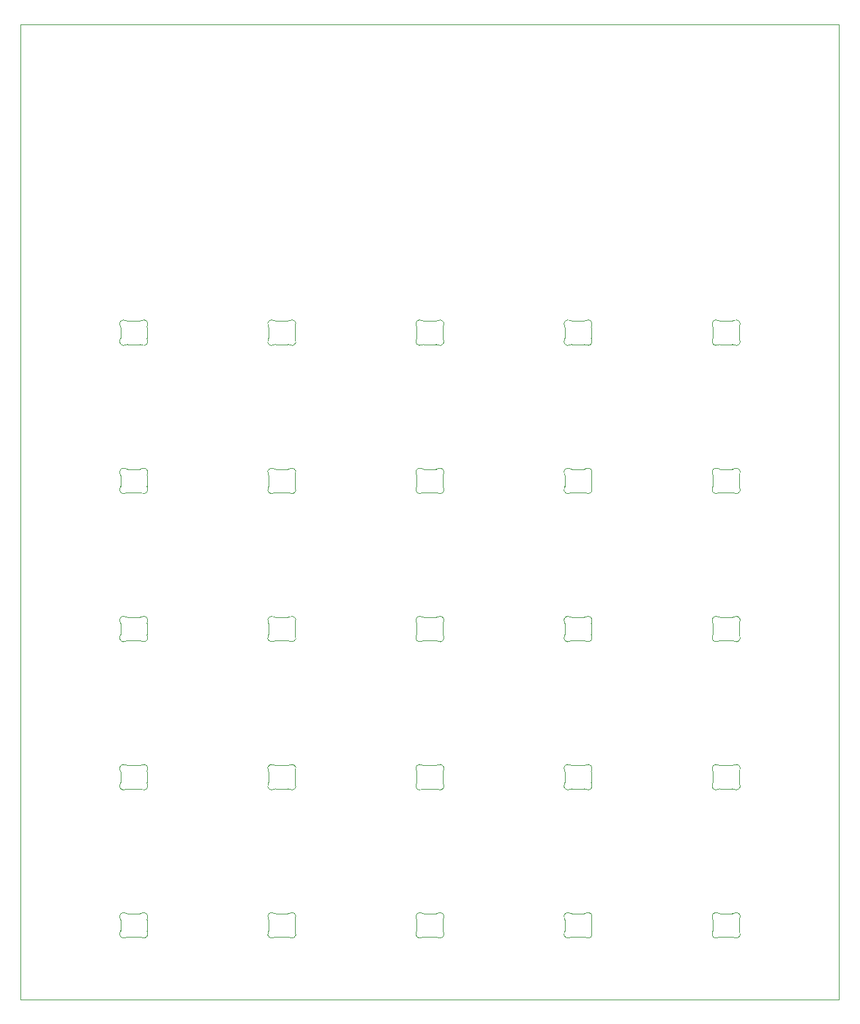
<source format=gm1>
G04 #@! TF.GenerationSoftware,KiCad,Pcbnew,9.0.7*
G04 #@! TF.CreationDate,2026-02-15T13:27:24+05:00*
G04 #@! TF.ProjectId,ModuPad_v2,4d6f6475-5061-4645-9f76-322e6b696361,rev?*
G04 #@! TF.SameCoordinates,Original*
G04 #@! TF.FileFunction,Profile,NP*
%FSLAX46Y46*%
G04 Gerber Fmt 4.6, Leading zero omitted, Abs format (unit mm)*
G04 Created by KiCad (PCBNEW 9.0.7) date 2026-02-15 13:27:24*
%MOMM*%
%LPD*%
G01*
G04 APERTURE LIST*
G04 #@! TA.AperFunction,Profile*
%ADD10C,0.050000*%
G04 #@! TD*
G04 #@! TA.AperFunction,Profile*
%ADD11C,0.100000*%
G04 #@! TD*
G04 APERTURE END LIST*
D10*
X50000000Y-50000000D02*
X155000000Y-50000000D01*
X155000000Y-175000000D01*
X50000000Y-175000000D01*
X50000000Y-50000000D01*
D11*
X119800001Y-128202842D02*
X119800001Y-126797158D01*
X120705548Y-126000001D02*
X122294453Y-126000001D01*
X122294452Y-129000000D02*
X120705548Y-129000000D01*
X123199999Y-126797158D02*
X123199999Y-128202842D01*
X119750516Y-126580280D02*
G75*
G02*
X119799976Y-126797158I-450516J-216820D01*
G01*
X119750516Y-126580280D02*
G75*
G02*
X120453290Y-125931700I450514J216880D01*
G01*
X119800001Y-128202843D02*
G75*
G02*
X119750516Y-128419720I-500361J83D01*
G01*
X120453289Y-129068297D02*
G75*
G02*
X119750519Y-128419721I-252259J431697D01*
G01*
X120453290Y-129068299D02*
G75*
G02*
X120705548Y-129000001I252260J-431711D01*
G01*
X120705547Y-126000000D02*
G75*
G02*
X120453289Y-125931701I3J500010D01*
G01*
X122294452Y-129000000D02*
G75*
G02*
X122546711Y-129068299I-2J-500009D01*
G01*
X122546711Y-125931702D02*
G75*
G02*
X122294453Y-126000001I-252261J431710D01*
G01*
X122546711Y-125931702D02*
G75*
G02*
X123249483Y-126580280I252258J-431700D01*
G01*
X123199999Y-126797157D02*
G75*
G02*
X123249484Y-126580280I499990J1D01*
G01*
X123249484Y-128419719D02*
G75*
G02*
X122546711Y-129068299I-450514J-216880D01*
G01*
X123249484Y-128419720D02*
G75*
G02*
X123199999Y-128202842I450505J216876D01*
G01*
X81800001Y-128202842D02*
X81800001Y-126797158D01*
X82705548Y-126000001D02*
X84294453Y-126000001D01*
X84294452Y-129000000D02*
X82705548Y-129000000D01*
X85199999Y-126797158D02*
X85199999Y-128202842D01*
X81750516Y-126580280D02*
G75*
G02*
X81799976Y-126797158I-450516J-216820D01*
G01*
X81750516Y-126580280D02*
G75*
G02*
X82453290Y-125931700I450514J216880D01*
G01*
X81800001Y-128202843D02*
G75*
G02*
X81750516Y-128419720I-500361J83D01*
G01*
X82453289Y-129068297D02*
G75*
G02*
X81750519Y-128419721I-252259J431697D01*
G01*
X82453290Y-129068299D02*
G75*
G02*
X82705548Y-129000001I252260J-431711D01*
G01*
X82705547Y-126000000D02*
G75*
G02*
X82453289Y-125931701I3J500010D01*
G01*
X84294452Y-129000000D02*
G75*
G02*
X84546711Y-129068299I-2J-500009D01*
G01*
X84546711Y-125931702D02*
G75*
G02*
X84294453Y-126000001I-252261J431710D01*
G01*
X84546711Y-125931702D02*
G75*
G02*
X85249483Y-126580280I252258J-431700D01*
G01*
X85199999Y-126797157D02*
G75*
G02*
X85249484Y-126580280I499990J1D01*
G01*
X85249484Y-128419719D02*
G75*
G02*
X84546711Y-129068299I-450514J-216880D01*
G01*
X85249484Y-128419720D02*
G75*
G02*
X85199999Y-128202842I450505J216876D01*
G01*
X62800001Y-128202842D02*
X62800001Y-126797158D01*
X63705548Y-126000001D02*
X65294453Y-126000001D01*
X65294452Y-129000000D02*
X63705548Y-129000000D01*
X66199999Y-126797158D02*
X66199999Y-128202842D01*
X62750516Y-126580280D02*
G75*
G02*
X62799976Y-126797158I-450516J-216820D01*
G01*
X62750516Y-126580280D02*
G75*
G02*
X63453290Y-125931700I450514J216880D01*
G01*
X62800001Y-128202843D02*
G75*
G02*
X62750516Y-128419720I-500361J83D01*
G01*
X63453289Y-129068297D02*
G75*
G02*
X62750519Y-128419721I-252259J431697D01*
G01*
X63453290Y-129068299D02*
G75*
G02*
X63705548Y-129000001I252260J-431711D01*
G01*
X63705547Y-126000000D02*
G75*
G02*
X63453289Y-125931701I3J500010D01*
G01*
X65294452Y-129000000D02*
G75*
G02*
X65546711Y-129068299I-2J-500009D01*
G01*
X65546711Y-125931702D02*
G75*
G02*
X65294453Y-126000001I-252261J431710D01*
G01*
X65546711Y-125931702D02*
G75*
G02*
X66249483Y-126580280I252258J-431700D01*
G01*
X66199999Y-126797157D02*
G75*
G02*
X66249484Y-126580280I499990J1D01*
G01*
X66249484Y-128419719D02*
G75*
G02*
X65546711Y-129068299I-450514J-216880D01*
G01*
X66249484Y-128419720D02*
G75*
G02*
X66199999Y-128202842I450505J216876D01*
G01*
X100800001Y-147202842D02*
X100800001Y-145797158D01*
X101705548Y-145000001D02*
X103294453Y-145000001D01*
X103294452Y-148000000D02*
X101705548Y-148000000D01*
X104199999Y-145797158D02*
X104199999Y-147202842D01*
X100750516Y-145580280D02*
G75*
G02*
X100799976Y-145797158I-450516J-216820D01*
G01*
X100750516Y-145580280D02*
G75*
G02*
X101453290Y-144931700I450514J216880D01*
G01*
X100800001Y-147202843D02*
G75*
G02*
X100750516Y-147419720I-500361J83D01*
G01*
X101453289Y-148068297D02*
G75*
G02*
X100750519Y-147419721I-252259J431697D01*
G01*
X101453290Y-148068299D02*
G75*
G02*
X101705548Y-148000001I252260J-431711D01*
G01*
X101705547Y-145000000D02*
G75*
G02*
X101453289Y-144931701I3J500010D01*
G01*
X103294452Y-148000000D02*
G75*
G02*
X103546711Y-148068299I-2J-500009D01*
G01*
X103546711Y-144931702D02*
G75*
G02*
X103294453Y-145000001I-252261J431710D01*
G01*
X103546711Y-144931702D02*
G75*
G02*
X104249483Y-145580280I252258J-431700D01*
G01*
X104199999Y-145797157D02*
G75*
G02*
X104249484Y-145580280I499990J1D01*
G01*
X104249484Y-147419719D02*
G75*
G02*
X103546711Y-148068299I-450514J-216880D01*
G01*
X104249484Y-147419720D02*
G75*
G02*
X104199999Y-147202842I450505J216876D01*
G01*
X100800001Y-109202842D02*
X100800001Y-107797158D01*
X101705548Y-107000001D02*
X103294453Y-107000001D01*
X103294452Y-110000000D02*
X101705548Y-110000000D01*
X104199999Y-107797158D02*
X104199999Y-109202842D01*
X100750516Y-107580280D02*
G75*
G02*
X100799976Y-107797158I-450516J-216820D01*
G01*
X100750516Y-107580280D02*
G75*
G02*
X101453290Y-106931700I450514J216880D01*
G01*
X100800001Y-109202843D02*
G75*
G02*
X100750516Y-109419720I-500361J83D01*
G01*
X101453289Y-110068297D02*
G75*
G02*
X100750519Y-109419721I-252259J431697D01*
G01*
X101453290Y-110068299D02*
G75*
G02*
X101705548Y-110000001I252260J-431711D01*
G01*
X101705547Y-107000000D02*
G75*
G02*
X101453289Y-106931701I3J500010D01*
G01*
X103294452Y-110000000D02*
G75*
G02*
X103546711Y-110068299I-2J-500009D01*
G01*
X103546711Y-106931702D02*
G75*
G02*
X103294453Y-107000001I-252261J431710D01*
G01*
X103546711Y-106931702D02*
G75*
G02*
X104249483Y-107580280I252258J-431700D01*
G01*
X104199999Y-107797157D02*
G75*
G02*
X104249484Y-107580280I499990J1D01*
G01*
X104249484Y-109419719D02*
G75*
G02*
X103546711Y-110068299I-450514J-216880D01*
G01*
X104249484Y-109419720D02*
G75*
G02*
X104199999Y-109202842I450505J216876D01*
G01*
X62800001Y-166202842D02*
X62800001Y-164797158D01*
X63705548Y-164000001D02*
X65294453Y-164000001D01*
X65294452Y-167000000D02*
X63705548Y-167000000D01*
X66199999Y-164797158D02*
X66199999Y-166202842D01*
X62750516Y-164580280D02*
G75*
G02*
X62799976Y-164797158I-450516J-216820D01*
G01*
X62750516Y-164580280D02*
G75*
G02*
X63453290Y-163931700I450514J216880D01*
G01*
X62800001Y-166202843D02*
G75*
G02*
X62750516Y-166419720I-500361J83D01*
G01*
X63453289Y-167068297D02*
G75*
G02*
X62750519Y-166419721I-252259J431697D01*
G01*
X63453290Y-167068299D02*
G75*
G02*
X63705548Y-167000001I252260J-431711D01*
G01*
X63705547Y-164000000D02*
G75*
G02*
X63453289Y-163931701I3J500010D01*
G01*
X65294452Y-167000000D02*
G75*
G02*
X65546711Y-167068299I-2J-500009D01*
G01*
X65546711Y-163931702D02*
G75*
G02*
X65294453Y-164000001I-252261J431710D01*
G01*
X65546711Y-163931702D02*
G75*
G02*
X66249483Y-164580280I252258J-431700D01*
G01*
X66199999Y-164797157D02*
G75*
G02*
X66249484Y-164580280I499990J1D01*
G01*
X66249484Y-166419719D02*
G75*
G02*
X65546711Y-167068299I-450514J-216880D01*
G01*
X66249484Y-166419720D02*
G75*
G02*
X66199999Y-166202842I450505J216876D01*
G01*
X119800001Y-109202842D02*
X119800001Y-107797158D01*
X120705548Y-107000001D02*
X122294453Y-107000001D01*
X122294452Y-110000000D02*
X120705548Y-110000000D01*
X123199999Y-107797158D02*
X123199999Y-109202842D01*
X119750516Y-107580280D02*
G75*
G02*
X119799976Y-107797158I-450516J-216820D01*
G01*
X119750516Y-107580280D02*
G75*
G02*
X120453290Y-106931700I450514J216880D01*
G01*
X119800001Y-109202843D02*
G75*
G02*
X119750516Y-109419720I-500361J83D01*
G01*
X120453289Y-110068297D02*
G75*
G02*
X119750519Y-109419721I-252259J431697D01*
G01*
X120453290Y-110068299D02*
G75*
G02*
X120705548Y-110000001I252260J-431711D01*
G01*
X120705547Y-107000000D02*
G75*
G02*
X120453289Y-106931701I3J500010D01*
G01*
X122294452Y-110000000D02*
G75*
G02*
X122546711Y-110068299I-2J-500009D01*
G01*
X122546711Y-106931702D02*
G75*
G02*
X122294453Y-107000001I-252261J431710D01*
G01*
X122546711Y-106931702D02*
G75*
G02*
X123249483Y-107580280I252258J-431700D01*
G01*
X123199999Y-107797157D02*
G75*
G02*
X123249484Y-107580280I499990J1D01*
G01*
X123249484Y-109419719D02*
G75*
G02*
X122546711Y-110068299I-450514J-216880D01*
G01*
X123249484Y-109419720D02*
G75*
G02*
X123199999Y-109202842I450505J216876D01*
G01*
X138800001Y-109202842D02*
X138800001Y-107797158D01*
X139705548Y-107000001D02*
X141294453Y-107000001D01*
X141294452Y-110000000D02*
X139705548Y-110000000D01*
X142199999Y-107797158D02*
X142199999Y-109202842D01*
X138750516Y-107580280D02*
G75*
G02*
X138799976Y-107797158I-450516J-216820D01*
G01*
X138750516Y-107580280D02*
G75*
G02*
X139453290Y-106931700I450514J216880D01*
G01*
X138800001Y-109202843D02*
G75*
G02*
X138750516Y-109419720I-500361J83D01*
G01*
X139453289Y-110068297D02*
G75*
G02*
X138750519Y-109419721I-252259J431697D01*
G01*
X139453290Y-110068299D02*
G75*
G02*
X139705548Y-110000001I252260J-431711D01*
G01*
X139705547Y-107000000D02*
G75*
G02*
X139453289Y-106931701I3J500010D01*
G01*
X141294452Y-110000000D02*
G75*
G02*
X141546711Y-110068299I-2J-500009D01*
G01*
X141546711Y-106931702D02*
G75*
G02*
X141294453Y-107000001I-252261J431710D01*
G01*
X141546711Y-106931702D02*
G75*
G02*
X142249483Y-107580280I252258J-431700D01*
G01*
X142199999Y-107797157D02*
G75*
G02*
X142249484Y-107580280I499990J1D01*
G01*
X142249484Y-109419719D02*
G75*
G02*
X141546711Y-110068299I-450514J-216880D01*
G01*
X142249484Y-109419720D02*
G75*
G02*
X142199999Y-109202842I450505J216876D01*
G01*
X62800001Y-90202842D02*
X62800001Y-88797158D01*
X63705548Y-88000001D02*
X65294453Y-88000001D01*
X65294452Y-91000000D02*
X63705548Y-91000000D01*
X66199999Y-88797158D02*
X66199999Y-90202842D01*
X62750516Y-88580280D02*
G75*
G02*
X62799976Y-88797158I-450516J-216820D01*
G01*
X62750516Y-88580280D02*
G75*
G02*
X63453290Y-87931700I450514J216880D01*
G01*
X62800001Y-90202843D02*
G75*
G02*
X62750516Y-90419720I-500361J83D01*
G01*
X63453289Y-91068297D02*
G75*
G02*
X62750519Y-90419721I-252259J431697D01*
G01*
X63453290Y-91068299D02*
G75*
G02*
X63705548Y-91000001I252260J-431711D01*
G01*
X63705547Y-88000000D02*
G75*
G02*
X63453289Y-87931701I3J500010D01*
G01*
X65294452Y-91000000D02*
G75*
G02*
X65546711Y-91068299I-2J-500009D01*
G01*
X65546711Y-87931702D02*
G75*
G02*
X65294453Y-88000001I-252261J431710D01*
G01*
X65546711Y-87931702D02*
G75*
G02*
X66249483Y-88580280I252258J-431700D01*
G01*
X66199999Y-88797157D02*
G75*
G02*
X66249484Y-88580280I499990J1D01*
G01*
X66249484Y-90419719D02*
G75*
G02*
X65546711Y-91068299I-450514J-216880D01*
G01*
X66249484Y-90419720D02*
G75*
G02*
X66199999Y-90202842I450505J216876D01*
G01*
X62800001Y-109202842D02*
X62800001Y-107797158D01*
X63705548Y-107000001D02*
X65294453Y-107000001D01*
X65294452Y-110000000D02*
X63705548Y-110000000D01*
X66199999Y-107797158D02*
X66199999Y-109202842D01*
X62750516Y-107580280D02*
G75*
G02*
X62799976Y-107797158I-450516J-216820D01*
G01*
X62750516Y-107580280D02*
G75*
G02*
X63453290Y-106931700I450514J216880D01*
G01*
X62800001Y-109202843D02*
G75*
G02*
X62750516Y-109419720I-500361J83D01*
G01*
X63453289Y-110068297D02*
G75*
G02*
X62750519Y-109419721I-252259J431697D01*
G01*
X63453290Y-110068299D02*
G75*
G02*
X63705548Y-110000001I252260J-431711D01*
G01*
X63705547Y-107000000D02*
G75*
G02*
X63453289Y-106931701I3J500010D01*
G01*
X65294452Y-110000000D02*
G75*
G02*
X65546711Y-110068299I-2J-500009D01*
G01*
X65546711Y-106931702D02*
G75*
G02*
X65294453Y-107000001I-252261J431710D01*
G01*
X65546711Y-106931702D02*
G75*
G02*
X66249483Y-107580280I252258J-431700D01*
G01*
X66199999Y-107797157D02*
G75*
G02*
X66249484Y-107580280I499990J1D01*
G01*
X66249484Y-109419719D02*
G75*
G02*
X65546711Y-110068299I-450514J-216880D01*
G01*
X66249484Y-109419720D02*
G75*
G02*
X66199999Y-109202842I450505J216876D01*
G01*
X81800001Y-147202842D02*
X81800001Y-145797158D01*
X82705548Y-145000001D02*
X84294453Y-145000001D01*
X84294452Y-148000000D02*
X82705548Y-148000000D01*
X85199999Y-145797158D02*
X85199999Y-147202842D01*
X81750516Y-145580280D02*
G75*
G02*
X81799976Y-145797158I-450516J-216820D01*
G01*
X81750516Y-145580280D02*
G75*
G02*
X82453290Y-144931700I450514J216880D01*
G01*
X81800001Y-147202843D02*
G75*
G02*
X81750516Y-147419720I-500361J83D01*
G01*
X82453289Y-148068297D02*
G75*
G02*
X81750519Y-147419721I-252259J431697D01*
G01*
X82453290Y-148068299D02*
G75*
G02*
X82705548Y-148000001I252260J-431711D01*
G01*
X82705547Y-145000000D02*
G75*
G02*
X82453289Y-144931701I3J500010D01*
G01*
X84294452Y-148000000D02*
G75*
G02*
X84546711Y-148068299I-2J-500009D01*
G01*
X84546711Y-144931702D02*
G75*
G02*
X84294453Y-145000001I-252261J431710D01*
G01*
X84546711Y-144931702D02*
G75*
G02*
X85249483Y-145580280I252258J-431700D01*
G01*
X85199999Y-145797157D02*
G75*
G02*
X85249484Y-145580280I499990J1D01*
G01*
X85249484Y-147419719D02*
G75*
G02*
X84546711Y-148068299I-450514J-216880D01*
G01*
X85249484Y-147419720D02*
G75*
G02*
X85199999Y-147202842I450505J216876D01*
G01*
X81800001Y-90202842D02*
X81800001Y-88797158D01*
X82705548Y-88000001D02*
X84294453Y-88000001D01*
X84294452Y-91000000D02*
X82705548Y-91000000D01*
X85199999Y-88797158D02*
X85199999Y-90202842D01*
X81750516Y-88580280D02*
G75*
G02*
X81799976Y-88797158I-450516J-216820D01*
G01*
X81750516Y-88580280D02*
G75*
G02*
X82453290Y-87931700I450514J216880D01*
G01*
X81800001Y-90202843D02*
G75*
G02*
X81750516Y-90419720I-500361J83D01*
G01*
X82453289Y-91068297D02*
G75*
G02*
X81750519Y-90419721I-252259J431697D01*
G01*
X82453290Y-91068299D02*
G75*
G02*
X82705548Y-91000001I252260J-431711D01*
G01*
X82705547Y-88000000D02*
G75*
G02*
X82453289Y-87931701I3J500010D01*
G01*
X84294452Y-91000000D02*
G75*
G02*
X84546711Y-91068299I-2J-500009D01*
G01*
X84546711Y-87931702D02*
G75*
G02*
X84294453Y-88000001I-252261J431710D01*
G01*
X84546711Y-87931702D02*
G75*
G02*
X85249483Y-88580280I252258J-431700D01*
G01*
X85199999Y-88797157D02*
G75*
G02*
X85249484Y-88580280I499990J1D01*
G01*
X85249484Y-90419719D02*
G75*
G02*
X84546711Y-91068299I-450514J-216880D01*
G01*
X85249484Y-90419720D02*
G75*
G02*
X85199999Y-90202842I450505J216876D01*
G01*
X100800001Y-166202842D02*
X100800001Y-164797158D01*
X101705548Y-164000001D02*
X103294453Y-164000001D01*
X103294452Y-167000000D02*
X101705548Y-167000000D01*
X104199999Y-164797158D02*
X104199999Y-166202842D01*
X100750516Y-164580280D02*
G75*
G02*
X100799976Y-164797158I-450516J-216820D01*
G01*
X100750516Y-164580280D02*
G75*
G02*
X101453290Y-163931700I450514J216880D01*
G01*
X100800001Y-166202843D02*
G75*
G02*
X100750516Y-166419720I-500361J83D01*
G01*
X101453289Y-167068297D02*
G75*
G02*
X100750519Y-166419721I-252259J431697D01*
G01*
X101453290Y-167068299D02*
G75*
G02*
X101705548Y-167000001I252260J-431711D01*
G01*
X101705547Y-164000000D02*
G75*
G02*
X101453289Y-163931701I3J500010D01*
G01*
X103294452Y-167000000D02*
G75*
G02*
X103546711Y-167068299I-2J-500009D01*
G01*
X103546711Y-163931702D02*
G75*
G02*
X103294453Y-164000001I-252261J431710D01*
G01*
X103546711Y-163931702D02*
G75*
G02*
X104249483Y-164580280I252258J-431700D01*
G01*
X104199999Y-164797157D02*
G75*
G02*
X104249484Y-164580280I499990J1D01*
G01*
X104249484Y-166419719D02*
G75*
G02*
X103546711Y-167068299I-450514J-216880D01*
G01*
X104249484Y-166419720D02*
G75*
G02*
X104199999Y-166202842I450505J216876D01*
G01*
X119800001Y-90202842D02*
X119800001Y-88797158D01*
X120705548Y-88000001D02*
X122294453Y-88000001D01*
X122294452Y-91000000D02*
X120705548Y-91000000D01*
X123199999Y-88797158D02*
X123199999Y-90202842D01*
X119750516Y-88580280D02*
G75*
G02*
X119799976Y-88797158I-450516J-216820D01*
G01*
X119750516Y-88580280D02*
G75*
G02*
X120453290Y-87931700I450514J216880D01*
G01*
X119800001Y-90202843D02*
G75*
G02*
X119750516Y-90419720I-500361J83D01*
G01*
X120453289Y-91068297D02*
G75*
G02*
X119750519Y-90419721I-252259J431697D01*
G01*
X120453290Y-91068299D02*
G75*
G02*
X120705548Y-91000001I252260J-431711D01*
G01*
X120705547Y-88000000D02*
G75*
G02*
X120453289Y-87931701I3J500010D01*
G01*
X122294452Y-91000000D02*
G75*
G02*
X122546711Y-91068299I-2J-500009D01*
G01*
X122546711Y-87931702D02*
G75*
G02*
X122294453Y-88000001I-252261J431710D01*
G01*
X122546711Y-87931702D02*
G75*
G02*
X123249483Y-88580280I252258J-431700D01*
G01*
X123199999Y-88797157D02*
G75*
G02*
X123249484Y-88580280I499990J1D01*
G01*
X123249484Y-90419719D02*
G75*
G02*
X122546711Y-91068299I-450514J-216880D01*
G01*
X123249484Y-90419720D02*
G75*
G02*
X123199999Y-90202842I450505J216876D01*
G01*
X100800001Y-128202842D02*
X100800001Y-126797158D01*
X101705548Y-126000001D02*
X103294453Y-126000001D01*
X103294452Y-129000000D02*
X101705548Y-129000000D01*
X104199999Y-126797158D02*
X104199999Y-128202842D01*
X100750516Y-126580280D02*
G75*
G02*
X100799976Y-126797158I-450516J-216820D01*
G01*
X100750516Y-126580280D02*
G75*
G02*
X101453290Y-125931700I450514J216880D01*
G01*
X100800001Y-128202843D02*
G75*
G02*
X100750516Y-128419720I-500361J83D01*
G01*
X101453289Y-129068297D02*
G75*
G02*
X100750519Y-128419721I-252259J431697D01*
G01*
X101453290Y-129068299D02*
G75*
G02*
X101705548Y-129000001I252260J-431711D01*
G01*
X101705547Y-126000000D02*
G75*
G02*
X101453289Y-125931701I3J500010D01*
G01*
X103294452Y-129000000D02*
G75*
G02*
X103546711Y-129068299I-2J-500009D01*
G01*
X103546711Y-125931702D02*
G75*
G02*
X103294453Y-126000001I-252261J431710D01*
G01*
X103546711Y-125931702D02*
G75*
G02*
X104249483Y-126580280I252258J-431700D01*
G01*
X104199999Y-126797157D02*
G75*
G02*
X104249484Y-126580280I499990J1D01*
G01*
X104249484Y-128419719D02*
G75*
G02*
X103546711Y-129068299I-450514J-216880D01*
G01*
X104249484Y-128419720D02*
G75*
G02*
X104199999Y-128202842I450505J216876D01*
G01*
X62800001Y-147202842D02*
X62800001Y-145797158D01*
X63705548Y-145000001D02*
X65294453Y-145000001D01*
X65294452Y-148000000D02*
X63705548Y-148000000D01*
X66199999Y-145797158D02*
X66199999Y-147202842D01*
X62750516Y-145580280D02*
G75*
G02*
X62799976Y-145797158I-450516J-216820D01*
G01*
X62750516Y-145580280D02*
G75*
G02*
X63453290Y-144931700I450514J216880D01*
G01*
X62800001Y-147202843D02*
G75*
G02*
X62750516Y-147419720I-500361J83D01*
G01*
X63453289Y-148068297D02*
G75*
G02*
X62750519Y-147419721I-252259J431697D01*
G01*
X63453290Y-148068299D02*
G75*
G02*
X63705548Y-148000001I252260J-431711D01*
G01*
X63705547Y-145000000D02*
G75*
G02*
X63453289Y-144931701I3J500010D01*
G01*
X65294452Y-148000000D02*
G75*
G02*
X65546711Y-148068299I-2J-500009D01*
G01*
X65546711Y-144931702D02*
G75*
G02*
X65294453Y-145000001I-252261J431710D01*
G01*
X65546711Y-144931702D02*
G75*
G02*
X66249483Y-145580280I252258J-431700D01*
G01*
X66199999Y-145797157D02*
G75*
G02*
X66249484Y-145580280I499990J1D01*
G01*
X66249484Y-147419719D02*
G75*
G02*
X65546711Y-148068299I-450514J-216880D01*
G01*
X66249484Y-147419720D02*
G75*
G02*
X66199999Y-147202842I450505J216876D01*
G01*
X119800001Y-166202842D02*
X119800001Y-164797158D01*
X120705548Y-164000001D02*
X122294453Y-164000001D01*
X122294452Y-167000000D02*
X120705548Y-167000000D01*
X123199999Y-164797158D02*
X123199999Y-166202842D01*
X119750516Y-164580280D02*
G75*
G02*
X119799976Y-164797158I-450516J-216820D01*
G01*
X119750516Y-164580280D02*
G75*
G02*
X120453290Y-163931700I450514J216880D01*
G01*
X119800001Y-166202843D02*
G75*
G02*
X119750516Y-166419720I-500361J83D01*
G01*
X120453289Y-167068297D02*
G75*
G02*
X119750519Y-166419721I-252259J431697D01*
G01*
X120453290Y-167068299D02*
G75*
G02*
X120705548Y-167000001I252260J-431711D01*
G01*
X120705547Y-164000000D02*
G75*
G02*
X120453289Y-163931701I3J500010D01*
G01*
X122294452Y-167000000D02*
G75*
G02*
X122546711Y-167068299I-2J-500009D01*
G01*
X122546711Y-163931702D02*
G75*
G02*
X122294453Y-164000001I-252261J431710D01*
G01*
X122546711Y-163931702D02*
G75*
G02*
X123249483Y-164580280I252258J-431700D01*
G01*
X123199999Y-164797157D02*
G75*
G02*
X123249484Y-164580280I499990J1D01*
G01*
X123249484Y-166419719D02*
G75*
G02*
X122546711Y-167068299I-450514J-216880D01*
G01*
X123249484Y-166419720D02*
G75*
G02*
X123199999Y-166202842I450505J216876D01*
G01*
X81800001Y-109202842D02*
X81800001Y-107797158D01*
X82705548Y-107000001D02*
X84294453Y-107000001D01*
X84294452Y-110000000D02*
X82705548Y-110000000D01*
X85199999Y-107797158D02*
X85199999Y-109202842D01*
X81750516Y-107580280D02*
G75*
G02*
X81799976Y-107797158I-450516J-216820D01*
G01*
X81750516Y-107580280D02*
G75*
G02*
X82453290Y-106931700I450514J216880D01*
G01*
X81800001Y-109202843D02*
G75*
G02*
X81750516Y-109419720I-500361J83D01*
G01*
X82453289Y-110068297D02*
G75*
G02*
X81750519Y-109419721I-252259J431697D01*
G01*
X82453290Y-110068299D02*
G75*
G02*
X82705548Y-110000001I252260J-431711D01*
G01*
X82705547Y-107000000D02*
G75*
G02*
X82453289Y-106931701I3J500010D01*
G01*
X84294452Y-110000000D02*
G75*
G02*
X84546711Y-110068299I-2J-500009D01*
G01*
X84546711Y-106931702D02*
G75*
G02*
X84294453Y-107000001I-252261J431710D01*
G01*
X84546711Y-106931702D02*
G75*
G02*
X85249483Y-107580280I252258J-431700D01*
G01*
X85199999Y-107797157D02*
G75*
G02*
X85249484Y-107580280I499990J1D01*
G01*
X85249484Y-109419719D02*
G75*
G02*
X84546711Y-110068299I-450514J-216880D01*
G01*
X85249484Y-109419720D02*
G75*
G02*
X85199999Y-109202842I450505J216876D01*
G01*
X81800001Y-166202842D02*
X81800001Y-164797158D01*
X82705548Y-164000001D02*
X84294453Y-164000001D01*
X84294452Y-167000000D02*
X82705548Y-167000000D01*
X85199999Y-164797158D02*
X85199999Y-166202842D01*
X81750516Y-164580280D02*
G75*
G02*
X81799976Y-164797158I-450516J-216820D01*
G01*
X81750516Y-164580280D02*
G75*
G02*
X82453290Y-163931700I450514J216880D01*
G01*
X81800001Y-166202843D02*
G75*
G02*
X81750516Y-166419720I-500361J83D01*
G01*
X82453289Y-167068297D02*
G75*
G02*
X81750519Y-166419721I-252259J431697D01*
G01*
X82453290Y-167068299D02*
G75*
G02*
X82705548Y-167000001I252260J-431711D01*
G01*
X82705547Y-164000000D02*
G75*
G02*
X82453289Y-163931701I3J500010D01*
G01*
X84294452Y-167000000D02*
G75*
G02*
X84546711Y-167068299I-2J-500009D01*
G01*
X84546711Y-163931702D02*
G75*
G02*
X84294453Y-164000001I-252261J431710D01*
G01*
X84546711Y-163931702D02*
G75*
G02*
X85249483Y-164580280I252258J-431700D01*
G01*
X85199999Y-164797157D02*
G75*
G02*
X85249484Y-164580280I499990J1D01*
G01*
X85249484Y-166419719D02*
G75*
G02*
X84546711Y-167068299I-450514J-216880D01*
G01*
X85249484Y-166419720D02*
G75*
G02*
X85199999Y-166202842I450505J216876D01*
G01*
X138800001Y-90202842D02*
X138800001Y-88797158D01*
X139705548Y-88000001D02*
X141294453Y-88000001D01*
X141294452Y-91000000D02*
X139705548Y-91000000D01*
X142199999Y-88797158D02*
X142199999Y-90202842D01*
X138750516Y-88580280D02*
G75*
G02*
X138799976Y-88797158I-450516J-216820D01*
G01*
X138750516Y-88580280D02*
G75*
G02*
X139453290Y-87931700I450514J216880D01*
G01*
X138800001Y-90202843D02*
G75*
G02*
X138750516Y-90419720I-500361J83D01*
G01*
X139453289Y-91068297D02*
G75*
G02*
X138750519Y-90419721I-252259J431697D01*
G01*
X139453290Y-91068299D02*
G75*
G02*
X139705548Y-91000001I252260J-431711D01*
G01*
X139705547Y-88000000D02*
G75*
G02*
X139453289Y-87931701I3J500010D01*
G01*
X141294452Y-91000000D02*
G75*
G02*
X141546711Y-91068299I-2J-500009D01*
G01*
X141546711Y-87931702D02*
G75*
G02*
X141294453Y-88000001I-252261J431710D01*
G01*
X141546711Y-87931702D02*
G75*
G02*
X142249483Y-88580280I252258J-431700D01*
G01*
X142199999Y-88797157D02*
G75*
G02*
X142249484Y-88580280I499990J1D01*
G01*
X142249484Y-90419719D02*
G75*
G02*
X141546711Y-91068299I-450514J-216880D01*
G01*
X142249484Y-90419720D02*
G75*
G02*
X142199999Y-90202842I450505J216876D01*
G01*
X100800001Y-90202842D02*
X100800001Y-88797158D01*
X101705548Y-88000001D02*
X103294453Y-88000001D01*
X103294452Y-91000000D02*
X101705548Y-91000000D01*
X104199999Y-88797158D02*
X104199999Y-90202842D01*
X100750516Y-88580280D02*
G75*
G02*
X100799976Y-88797158I-450516J-216820D01*
G01*
X100750516Y-88580280D02*
G75*
G02*
X101453290Y-87931700I450514J216880D01*
G01*
X100800001Y-90202843D02*
G75*
G02*
X100750516Y-90419720I-500361J83D01*
G01*
X101453289Y-91068297D02*
G75*
G02*
X100750519Y-90419721I-252259J431697D01*
G01*
X101453290Y-91068299D02*
G75*
G02*
X101705548Y-91000001I252260J-431711D01*
G01*
X101705547Y-88000000D02*
G75*
G02*
X101453289Y-87931701I3J500010D01*
G01*
X103294452Y-91000000D02*
G75*
G02*
X103546711Y-91068299I-2J-500009D01*
G01*
X103546711Y-87931702D02*
G75*
G02*
X103294453Y-88000001I-252261J431710D01*
G01*
X103546711Y-87931702D02*
G75*
G02*
X104249483Y-88580280I252258J-431700D01*
G01*
X104199999Y-88797157D02*
G75*
G02*
X104249484Y-88580280I499990J1D01*
G01*
X104249484Y-90419719D02*
G75*
G02*
X103546711Y-91068299I-450514J-216880D01*
G01*
X104249484Y-90419720D02*
G75*
G02*
X104199999Y-90202842I450505J216876D01*
G01*
X138800001Y-147202842D02*
X138800001Y-145797158D01*
X139705548Y-145000001D02*
X141294453Y-145000001D01*
X141294452Y-148000000D02*
X139705548Y-148000000D01*
X142199999Y-145797158D02*
X142199999Y-147202842D01*
X138750516Y-145580280D02*
G75*
G02*
X138799976Y-145797158I-450516J-216820D01*
G01*
X138750516Y-145580280D02*
G75*
G02*
X139453290Y-144931700I450514J216880D01*
G01*
X138800001Y-147202843D02*
G75*
G02*
X138750516Y-147419720I-500361J83D01*
G01*
X139453289Y-148068297D02*
G75*
G02*
X138750519Y-147419721I-252259J431697D01*
G01*
X139453290Y-148068299D02*
G75*
G02*
X139705548Y-148000001I252260J-431711D01*
G01*
X139705547Y-145000000D02*
G75*
G02*
X139453289Y-144931701I3J500010D01*
G01*
X141294452Y-148000000D02*
G75*
G02*
X141546711Y-148068299I-2J-500009D01*
G01*
X141546711Y-144931702D02*
G75*
G02*
X141294453Y-145000001I-252261J431710D01*
G01*
X141546711Y-144931702D02*
G75*
G02*
X142249483Y-145580280I252258J-431700D01*
G01*
X142199999Y-145797157D02*
G75*
G02*
X142249484Y-145580280I499990J1D01*
G01*
X142249484Y-147419719D02*
G75*
G02*
X141546711Y-148068299I-450514J-216880D01*
G01*
X142249484Y-147419720D02*
G75*
G02*
X142199999Y-147202842I450505J216876D01*
G01*
X138800001Y-128202842D02*
X138800001Y-126797158D01*
X139705548Y-126000001D02*
X141294453Y-126000001D01*
X141294452Y-129000000D02*
X139705548Y-129000000D01*
X142199999Y-126797158D02*
X142199999Y-128202842D01*
X138750516Y-126580280D02*
G75*
G02*
X138799976Y-126797158I-450516J-216820D01*
G01*
X138750516Y-126580280D02*
G75*
G02*
X139453290Y-125931700I450514J216880D01*
G01*
X138800001Y-128202843D02*
G75*
G02*
X138750516Y-128419720I-500361J83D01*
G01*
X139453289Y-129068297D02*
G75*
G02*
X138750519Y-128419721I-252259J431697D01*
G01*
X139453290Y-129068299D02*
G75*
G02*
X139705548Y-129000001I252260J-431711D01*
G01*
X139705547Y-126000000D02*
G75*
G02*
X139453289Y-125931701I3J500010D01*
G01*
X141294452Y-129000000D02*
G75*
G02*
X141546711Y-129068299I-2J-500009D01*
G01*
X141546711Y-125931702D02*
G75*
G02*
X141294453Y-126000001I-252261J431710D01*
G01*
X141546711Y-125931702D02*
G75*
G02*
X142249483Y-126580280I252258J-431700D01*
G01*
X142199999Y-126797157D02*
G75*
G02*
X142249484Y-126580280I499990J1D01*
G01*
X142249484Y-128419719D02*
G75*
G02*
X141546711Y-129068299I-450514J-216880D01*
G01*
X142249484Y-128419720D02*
G75*
G02*
X142199999Y-128202842I450505J216876D01*
G01*
X138800001Y-166202842D02*
X138800001Y-164797158D01*
X139705548Y-164000001D02*
X141294453Y-164000001D01*
X141294452Y-167000000D02*
X139705548Y-167000000D01*
X142199999Y-164797158D02*
X142199999Y-166202842D01*
X138750516Y-164580280D02*
G75*
G02*
X138799976Y-164797158I-450516J-216820D01*
G01*
X138750516Y-164580280D02*
G75*
G02*
X139453290Y-163931700I450514J216880D01*
G01*
X138800001Y-166202843D02*
G75*
G02*
X138750516Y-166419720I-500361J83D01*
G01*
X139453289Y-167068297D02*
G75*
G02*
X138750519Y-166419721I-252259J431697D01*
G01*
X139453290Y-167068299D02*
G75*
G02*
X139705548Y-167000001I252260J-431711D01*
G01*
X139705547Y-164000000D02*
G75*
G02*
X139453289Y-163931701I3J500010D01*
G01*
X141294452Y-167000000D02*
G75*
G02*
X141546711Y-167068299I-2J-500009D01*
G01*
X141546711Y-163931702D02*
G75*
G02*
X141294453Y-164000001I-252261J431710D01*
G01*
X141546711Y-163931702D02*
G75*
G02*
X142249483Y-164580280I252258J-431700D01*
G01*
X142199999Y-164797157D02*
G75*
G02*
X142249484Y-164580280I499990J1D01*
G01*
X142249484Y-166419719D02*
G75*
G02*
X141546711Y-167068299I-450514J-216880D01*
G01*
X142249484Y-166419720D02*
G75*
G02*
X142199999Y-166202842I450505J216876D01*
G01*
X119800001Y-147202842D02*
X119800001Y-145797158D01*
X120705548Y-145000001D02*
X122294453Y-145000001D01*
X122294452Y-148000000D02*
X120705548Y-148000000D01*
X123199999Y-145797158D02*
X123199999Y-147202842D01*
X119750516Y-145580280D02*
G75*
G02*
X119799976Y-145797158I-450516J-216820D01*
G01*
X119750516Y-145580280D02*
G75*
G02*
X120453290Y-144931700I450514J216880D01*
G01*
X119800001Y-147202843D02*
G75*
G02*
X119750516Y-147419720I-500361J83D01*
G01*
X120453289Y-148068297D02*
G75*
G02*
X119750519Y-147419721I-252259J431697D01*
G01*
X120453290Y-148068299D02*
G75*
G02*
X120705548Y-148000001I252260J-431711D01*
G01*
X120705547Y-145000000D02*
G75*
G02*
X120453289Y-144931701I3J500010D01*
G01*
X122294452Y-148000000D02*
G75*
G02*
X122546711Y-148068299I-2J-500009D01*
G01*
X122546711Y-144931702D02*
G75*
G02*
X122294453Y-145000001I-252261J431710D01*
G01*
X122546711Y-144931702D02*
G75*
G02*
X123249483Y-145580280I252258J-431700D01*
G01*
X123199999Y-145797157D02*
G75*
G02*
X123249484Y-145580280I499990J1D01*
G01*
X123249484Y-147419719D02*
G75*
G02*
X122546711Y-148068299I-450514J-216880D01*
G01*
X123249484Y-147419720D02*
G75*
G02*
X123199999Y-147202842I450505J216876D01*
G01*
M02*

</source>
